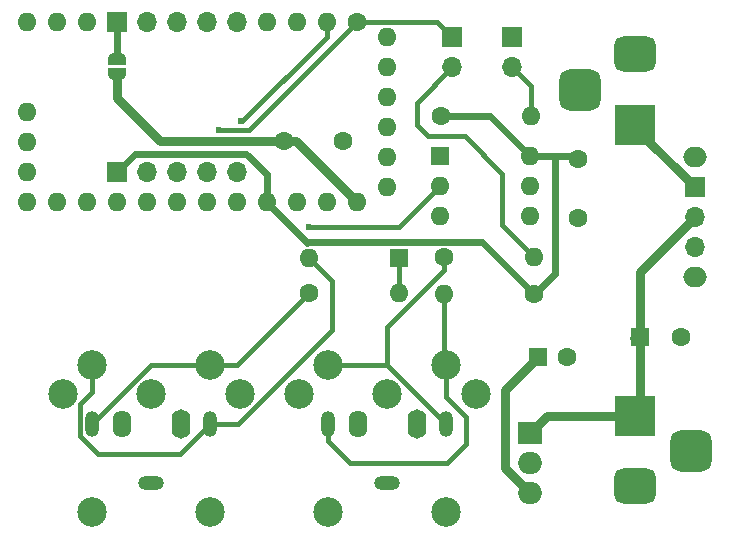
<source format=gbr>
%TF.GenerationSoftware,KiCad,Pcbnew,8.0.3*%
%TF.CreationDate,2024-07-08T19:30:15+01:00*%
%TF.ProjectId,ArduinoProMiniMIDIUSBHost,41726475-696e-46f5-9072-6f4d696e694d,rev?*%
%TF.SameCoordinates,Original*%
%TF.FileFunction,Copper,L1,Top*%
%TF.FilePolarity,Positive*%
%FSLAX46Y46*%
G04 Gerber Fmt 4.6, Leading zero omitted, Abs format (unit mm)*
G04 Created by KiCad (PCBNEW 8.0.3) date 2024-07-08 19:30:15*
%MOMM*%
%LPD*%
G01*
G04 APERTURE LIST*
G04 Aperture macros list*
%AMRoundRect*
0 Rectangle with rounded corners*
0 $1 Rounding radius*
0 $2 $3 $4 $5 $6 $7 $8 $9 X,Y pos of 4 corners*
0 Add a 4 corners polygon primitive as box body*
4,1,4,$2,$3,$4,$5,$6,$7,$8,$9,$2,$3,0*
0 Add four circle primitives for the rounded corners*
1,1,$1+$1,$2,$3*
1,1,$1+$1,$4,$5*
1,1,$1+$1,$6,$7*
1,1,$1+$1,$8,$9*
0 Add four rect primitives between the rounded corners*
20,1,$1+$1,$2,$3,$4,$5,0*
20,1,$1+$1,$4,$5,$6,$7,0*
20,1,$1+$1,$6,$7,$8,$9,0*
20,1,$1+$1,$8,$9,$2,$3,0*%
%AMFreePoly0*
4,1,19,0.500000,-0.750000,0.000000,-0.750000,0.000000,-0.744911,-0.071157,-0.744911,-0.207708,-0.704816,-0.327430,-0.627875,-0.420627,-0.520320,-0.479746,-0.390866,-0.500000,-0.250000,-0.500000,0.250000,-0.479746,0.390866,-0.420627,0.520320,-0.327430,0.627875,-0.207708,0.704816,-0.071157,0.744911,0.000000,0.744911,0.000000,0.750000,0.500000,0.750000,0.500000,-0.750000,0.500000,-0.750000,
$1*%
%AMFreePoly1*
4,1,19,0.000000,0.744911,0.071157,0.744911,0.207708,0.704816,0.327430,0.627875,0.420627,0.520320,0.479746,0.390866,0.500000,0.250000,0.500000,-0.250000,0.479746,-0.390866,0.420627,-0.520320,0.327430,-0.627875,0.207708,-0.704816,0.071157,-0.744911,0.000000,-0.744911,0.000000,-0.750000,-0.500000,-0.750000,-0.500000,0.750000,0.000000,0.750000,0.000000,0.744911,0.000000,0.744911,
$1*%
G04 Aperture macros list end*
%TA.AperFunction,WasherPad*%
%ADD10C,2.499360*%
%TD*%
%TA.AperFunction,ComponentPad*%
%ADD11C,2.499360*%
%TD*%
%TA.AperFunction,ComponentPad*%
%ADD12C,1.600000*%
%TD*%
%TA.AperFunction,ComponentPad*%
%ADD13O,1.600000X1.600000*%
%TD*%
%TA.AperFunction,ComponentPad*%
%ADD14R,1.600000X1.600000*%
%TD*%
%TA.AperFunction,ComponentPad*%
%ADD15O,1.200000X2.200000*%
%TD*%
%TA.AperFunction,ComponentPad*%
%ADD16O,1.600000X2.300000*%
%TD*%
%TA.AperFunction,ComponentPad*%
%ADD17O,2.200000X1.200000*%
%TD*%
%TA.AperFunction,ComponentPad*%
%ADD18O,1.600000X2.500000*%
%TD*%
%TA.AperFunction,SMDPad,CuDef*%
%ADD19FreePoly0,270.000000*%
%TD*%
%TA.AperFunction,SMDPad,CuDef*%
%ADD20FreePoly1,270.000000*%
%TD*%
%TA.AperFunction,ComponentPad*%
%ADD21O,2.000000X1.700000*%
%TD*%
%TA.AperFunction,ComponentPad*%
%ADD22R,1.700000X1.700000*%
%TD*%
%TA.AperFunction,ComponentPad*%
%ADD23O,1.700000X1.700000*%
%TD*%
%TA.AperFunction,ComponentPad*%
%ADD24R,3.500000X3.500000*%
%TD*%
%TA.AperFunction,ComponentPad*%
%ADD25RoundRect,0.750000X1.000000X-0.750000X1.000000X0.750000X-1.000000X0.750000X-1.000000X-0.750000X0*%
%TD*%
%TA.AperFunction,ComponentPad*%
%ADD26RoundRect,0.875000X0.875000X-0.875000X0.875000X0.875000X-0.875000X0.875000X-0.875000X-0.875000X0*%
%TD*%
%TA.AperFunction,ComponentPad*%
%ADD27R,2.000000X1.905000*%
%TD*%
%TA.AperFunction,ComponentPad*%
%ADD28O,2.000000X1.905000*%
%TD*%
%TA.AperFunction,ComponentPad*%
%ADD29RoundRect,0.750000X-1.000000X0.750000X-1.000000X-0.750000X1.000000X-0.750000X1.000000X0.750000X0*%
%TD*%
%TA.AperFunction,ComponentPad*%
%ADD30RoundRect,0.875000X-0.875000X0.875000X-0.875000X-0.875000X0.875000X-0.875000X0.875000X0.875000X0*%
%TD*%
%TA.AperFunction,ViaPad*%
%ADD31C,0.600000*%
%TD*%
%TA.AperFunction,Conductor*%
%ADD32C,0.800000*%
%TD*%
%TA.AperFunction,Conductor*%
%ADD33C,0.400000*%
%TD*%
%TA.AperFunction,Conductor*%
%ADD34C,0.600000*%
%TD*%
G04 APERTURE END LIST*
D10*
%TO.P,IN1,*%
%TO.N,*%
X106998740Y-92997700D03*
X117001260Y-92997700D03*
D11*
%TO.P,IN1,1*%
%TO.N,unconnected-(IN1-Pad1)*%
X119498080Y-83002800D03*
%TO.P,IN1,2*%
%TO.N,unconnected-(IN1-Pad2)*%
X112000000Y-83000260D03*
%TO.P,IN1,3*%
%TO.N,unconnected-(IN1-Pad3)*%
X104501920Y-83002800D03*
%TO.P,IN1,4*%
%TO.N,Net-(IN1-Pad4)*%
X116996180Y-80500900D03*
%TO.P,IN1,5*%
%TO.N,Net-(D1-A)*%
X107003820Y-80500900D03*
%TD*%
D12*
%TO.P,U1,1,D1/TX*%
%TO.N,/UART_TX*%
X129420000Y-51480000D03*
D13*
%TO.P,U1,2,D0/RX*%
%TO.N,/UART_RX*%
X126880000Y-51480000D03*
%TO.P,U1,3,RST*%
%TO.N,unconnected-(U1-RST-Pad3)*%
X124340000Y-51480000D03*
%TO.P,U1,4,GND*%
%TO.N,GND*%
X121800000Y-51480000D03*
%TO.P,U1,5,D2*%
%TO.N,unconnected-(U1-D2-Pad5)*%
X119260000Y-51480000D03*
%TO.P,U1,6,~D3*%
%TO.N,unconnected-(U1-~D3-Pad6)*%
X116720000Y-51480000D03*
%TO.P,U1,7,D4*%
%TO.N,unconnected-(U1-D4-Pad7)*%
X114180000Y-51480000D03*
%TO.P,U1,8,~D5*%
%TO.N,unconnected-(U1-~D5-Pad8)*%
X111640000Y-51480000D03*
%TO.P,U1,9,~D6*%
%TO.N,/PinOverlap*%
X109100000Y-51480000D03*
%TO.P,U1,10,D7*%
%TO.N,unconnected-(U1-D7-Pad10)*%
X106560000Y-51480000D03*
%TO.P,U1,11,D8*%
%TO.N,unconnected-(U1-D8-Pad11)*%
X104020000Y-51480000D03*
%TO.P,U1,12,~D9*%
%TO.N,unconnected-(U1-~D9-Pad12)*%
X101480000Y-51480000D03*
%TO.P,U1,13,~D10*%
%TO.N,unconnected-(U1-~D10-Pad13)*%
X101480000Y-66720000D03*
%TO.P,U1,14,~D11*%
%TO.N,unconnected-(U1-~D11-Pad14)*%
X104020000Y-66720000D03*
%TO.P,U1,15,D12*%
%TO.N,unconnected-(U1-D12-Pad15)*%
X106560000Y-66720000D03*
%TO.P,U1,16,D13*%
%TO.N,unconnected-(U1-D13-Pad16)*%
X109100000Y-66720000D03*
%TO.P,U1,17,D14/A0*%
%TO.N,unconnected-(U1-D14{slash}A0-Pad17)*%
X111640000Y-66720000D03*
%TO.P,U1,18,D15/A1*%
%TO.N,unconnected-(U1-D15{slash}A1-Pad18)*%
X114180000Y-66720000D03*
%TO.P,U1,19,D16/A2*%
%TO.N,unconnected-(U1-D16{slash}A2-Pad19)*%
X116720000Y-66720000D03*
%TO.P,U1,20,D17/A3*%
%TO.N,unconnected-(U1-D17{slash}A3-Pad20)*%
X119260000Y-66720000D03*
%TO.P,U1,21,VCC*%
%TO.N,+3V3*%
X121800000Y-66720000D03*
%TO.P,U1,22,RST*%
%TO.N,unconnected-(U1-RST-Pad22)*%
X124340000Y-66720000D03*
%TO.P,U1,23,GND*%
%TO.N,GND*%
X126880000Y-66720000D03*
%TO.P,U1,24,RAW*%
%TO.N,+5V*%
X129420000Y-66720000D03*
%TO.P,U1,A6,A6*%
%TO.N,unconnected-(U1-PadA6)*%
X101480000Y-64180000D03*
%TO.P,U1,A7,A7*%
%TO.N,unconnected-(U1-PadA7)*%
X101480000Y-61640000D03*
%TO.P,U1,G,GND*%
%TO.N,GND*%
X101480000Y-59100000D03*
%TO.P,U1,H1,DTR*%
%TO.N,unconnected-(U1-DTR-PadH1)*%
X131960000Y-52750000D03*
%TO.P,U1,H2,TX*%
%TO.N,unconnected-(U1-TX-PadH2)*%
X131960000Y-55290000D03*
%TO.P,U1,H3,RX*%
%TO.N,unconnected-(U1-RX-PadH3)*%
X131960000Y-57830000D03*
%TO.P,U1,H4,VCC*%
%TO.N,unconnected-(U1-VCC-PadH4)*%
X131960000Y-60370000D03*
%TO.P,U1,H5,GND*%
%TO.N,GND*%
X131960000Y-62910000D03*
%TO.P,U1,H6,GND*%
X131960000Y-65450000D03*
%TD*%
D14*
%TO.P,C5,1*%
%TO.N,+5V*%
X144757621Y-79850000D03*
D12*
%TO.P,C5,2*%
%TO.N,GND*%
X147257621Y-79850000D03*
%TD*%
%TO.P,R3,1*%
%TO.N,Net-(IN1-Pad4)*%
X125400000Y-74390000D03*
D13*
%TO.P,R3,2*%
%TO.N,Net-(D1-K)*%
X133020000Y-74390000D03*
%TD*%
D15*
%TO.P,J1,R*%
%TO.N,Net-(IN1-Pad4)*%
X107000000Y-85500000D03*
D16*
%TO.P,J1,RN*%
%TO.N,N/C*%
X109500000Y-85500000D03*
D17*
%TO.P,J1,S*%
%TO.N,unconnected-(J1-PadS)*%
X112000000Y-90500000D03*
D15*
%TO.P,J1,T*%
%TO.N,Net-(D1-A)*%
X117000000Y-85500000D03*
D18*
%TO.P,J1,TN*%
%TO.N,N/C*%
X114500000Y-85500000D03*
%TD*%
D19*
%TO.P,JP2,1,A*%
%TO.N,/PinOverlap*%
X109130000Y-54590000D03*
D20*
%TO.P,JP2,2,B*%
%TO.N,+5V*%
X109130000Y-55890000D03*
%TD*%
D21*
%TO.P,SW1,0*%
%TO.N,N/C*%
X158020000Y-62935000D03*
D22*
%TO.P,SW1,1,A*%
%TO.N,Net-(SW1-A)*%
X158020000Y-65475000D03*
D23*
%TO.P,SW1,2,B*%
%TO.N,VCC*%
X158020000Y-68015000D03*
%TO.P,SW1,3*%
%TO.N,N/C*%
X158020000Y-70555000D03*
D21*
%TO.P,SW1,4*%
X158020000Y-73095000D03*
%TD*%
D15*
%TO.P,J2,R*%
%TO.N,Net-(J2-PadR)*%
X127000000Y-85500000D03*
D16*
%TO.P,J2,RN*%
%TO.N,N/C*%
X129500000Y-85500000D03*
D17*
%TO.P,J2,S*%
%TO.N,GND*%
X132000000Y-90500000D03*
D15*
%TO.P,J2,T*%
%TO.N,Net-(J2-PadT)*%
X137000000Y-85500000D03*
D18*
%TO.P,J2,TN*%
%TO.N,N/C*%
X134500000Y-85500000D03*
%TD*%
D12*
%TO.P,R1,1*%
%TO.N,+3V3*%
X144460000Y-74500000D03*
D13*
%TO.P,R1,2*%
%TO.N,Net-(J2-PadR)*%
X136840000Y-74500000D03*
%TD*%
D14*
%TO.P,C2,1*%
%TO.N,VCC*%
X153367349Y-78180000D03*
D12*
%TO.P,C2,2*%
%TO.N,GND*%
X156867349Y-78180000D03*
%TD*%
D22*
%TO.P,J4,1,Pin_1*%
%TO.N,/UART_TX*%
X137500000Y-52750000D03*
D23*
%TO.P,J4,2,Pin_2*%
%TO.N,Net-(J4-Pin_2)*%
X137500000Y-55290000D03*
%TD*%
D12*
%TO.P,C6,1*%
%TO.N,+5V*%
X123230000Y-61530000D03*
%TO.P,C6,2*%
%TO.N,GND*%
X128230000Y-61530000D03*
%TD*%
%TO.P,R7,1*%
%TO.N,+3V3*%
X136550000Y-59460000D03*
D13*
%TO.P,R7,2*%
%TO.N,Net-(J7-Pin_2)*%
X144170000Y-59460000D03*
%TD*%
D14*
%TO.P,U4,1*%
%TO.N,Net-(D1-K)*%
X136480000Y-62850000D03*
D13*
%TO.P,U4,2*%
%TO.N,Net-(D1-A)*%
X136480000Y-65390000D03*
%TO.P,U4,3*%
%TO.N,unconnected-(U4-Pad3)*%
X136480000Y-67930000D03*
%TO.P,U4,4*%
%TO.N,Net-(J7-Pin_2)*%
X144100000Y-67930000D03*
%TO.P,U4,5*%
%TO.N,GND*%
X144100000Y-65390000D03*
%TO.P,U4,6*%
%TO.N,+3V3*%
X144100000Y-62850000D03*
%TD*%
D22*
%TO.P,J7,1,Pin_1*%
%TO.N,/UART_RX*%
X142580000Y-52750000D03*
D23*
%TO.P,J7,2,Pin_2*%
%TO.N,Net-(J7-Pin_2)*%
X142580000Y-55290000D03*
%TD*%
D24*
%TO.P,J6,1*%
%TO.N,VCC*%
X153000000Y-84800000D03*
D25*
%TO.P,J6,2*%
%TO.N,GND*%
X153000000Y-90800000D03*
D26*
%TO.P,J6,3*%
%TO.N,N/C*%
X157700000Y-87800000D03*
%TD*%
D27*
%TO.P,U3,1,IN*%
%TO.N,VCC*%
X144045000Y-86290000D03*
D28*
%TO.P,U3,2,GND*%
%TO.N,GND*%
X144045000Y-88830000D03*
%TO.P,U3,3,OUT*%
%TO.N,+5V*%
X144045000Y-91370000D03*
%TD*%
D12*
%TO.P,C3,1*%
%TO.N,GND*%
X148170000Y-68110000D03*
%TO.P,C3,2*%
%TO.N,+3V3*%
X148170000Y-63110000D03*
%TD*%
D10*
%TO.P,OUT1,*%
%TO.N,*%
X126998740Y-92997700D03*
X137001260Y-92997700D03*
D11*
%TO.P,OUT1,1*%
%TO.N,unconnected-(OUT1-Pad1)*%
X139498080Y-83002800D03*
%TO.P,OUT1,2*%
%TO.N,GND*%
X132000000Y-83000260D03*
%TO.P,OUT1,3*%
%TO.N,unconnected-(OUT1-Pad3)*%
X124501920Y-83002800D03*
%TO.P,OUT1,4*%
%TO.N,Net-(J2-PadR)*%
X136996180Y-80500900D03*
%TO.P,OUT1,5*%
%TO.N,Net-(J2-PadT)*%
X127003820Y-80500900D03*
%TD*%
D24*
%TO.P,J5,1*%
%TO.N,Net-(SW1-A)*%
X153000000Y-60198000D03*
D29*
%TO.P,J5,2*%
%TO.N,GND*%
X153000000Y-54198000D03*
D30*
%TO.P,J5,3*%
%TO.N,N/C*%
X148300000Y-57198000D03*
%TD*%
D14*
%TO.P,D1,1,K*%
%TO.N,Net-(D1-K)*%
X133020000Y-71480000D03*
D13*
%TO.P,D1,2,A*%
%TO.N,Net-(D1-A)*%
X125400000Y-71480000D03*
%TD*%
D22*
%TO.P,J8,1,Pin_1*%
%TO.N,/PinOverlap*%
X109090000Y-51500000D03*
D23*
%TO.P,J8,2,Pin_2*%
%TO.N,unconnected-(J8-Pin_2-Pad2)*%
X111630000Y-51500000D03*
%TO.P,J8,3,Pin_3*%
%TO.N,unconnected-(J8-Pin_3-Pad3)*%
X114170000Y-51500000D03*
%TO.P,J8,4,Pin_4*%
%TO.N,unconnected-(J8-Pin_4-Pad4)*%
X116710000Y-51500000D03*
%TO.P,J8,5,Pin_5*%
%TO.N,unconnected-(J8-Pin_5-Pad5)*%
X119250000Y-51500000D03*
%TD*%
D22*
%TO.P,J3,1,Pin_1*%
%TO.N,+3V3*%
X109090000Y-64200000D03*
D23*
%TO.P,J3,2,Pin_2*%
%TO.N,GND*%
X111630000Y-64200000D03*
%TO.P,J3,3,Pin_3*%
%TO.N,/UART_TX*%
X114170000Y-64200000D03*
%TO.P,J3,4,Pin_4*%
%TO.N,/UART_RX*%
X116710000Y-64200000D03*
%TO.P,J3,5,Pin_5*%
%TO.N,unconnected-(J3-Pin_5-Pad5)*%
X119250000Y-64200000D03*
%TD*%
D12*
%TO.P,R2,1*%
%TO.N,Net-(J2-PadT)*%
X136810000Y-71370000D03*
D13*
%TO.P,R2,2*%
%TO.N,Net-(J4-Pin_2)*%
X144430000Y-71370000D03*
%TD*%
D31*
%TO.N,Net-(D1-A)*%
X125350000Y-68850000D03*
%TO.N,/UART_TX*%
X117760000Y-60620000D03*
%TO.N,/UART_RX*%
X119620000Y-59880000D03*
%TD*%
D32*
%TO.N,+5V*%
X123230000Y-61530000D02*
X124230000Y-61530000D01*
X112740000Y-61530000D02*
X109130000Y-57920000D01*
X141930000Y-82677621D02*
X144757621Y-79850000D01*
X109130000Y-57920000D02*
X109130000Y-55890000D01*
X123230000Y-61530000D02*
X112740000Y-61530000D01*
X144045000Y-91370000D02*
X141930000Y-89255000D01*
X141930000Y-89255000D02*
X141930000Y-82677621D01*
X124230000Y-61530000D02*
X129420000Y-66720000D01*
%TO.N,VCC*%
X153367349Y-78990000D02*
X153367349Y-84432651D01*
X152950000Y-78180000D02*
X152890000Y-78240000D01*
X153367349Y-84432651D02*
X153000000Y-84800000D01*
X153367349Y-78180000D02*
X152950000Y-78180000D01*
X153000000Y-84800000D02*
X145535000Y-84800000D01*
X153367349Y-78180000D02*
X153367349Y-72667651D01*
X153367349Y-72667651D02*
X158020000Y-68015000D01*
X145535000Y-84800000D02*
X144045000Y-86290000D01*
D33*
%TO.N,Net-(D1-A)*%
X127300000Y-73380000D02*
X127300000Y-77533880D01*
X107003820Y-82833900D02*
X106000000Y-83837720D01*
X106000000Y-86550000D02*
X107500000Y-88050000D01*
X125350000Y-68850000D02*
X133020000Y-68850000D01*
X127300000Y-77533880D02*
X119333880Y-85500000D01*
X107500000Y-88050000D02*
X114450000Y-88050000D01*
X114450000Y-88050000D02*
X117000000Y-85500000D01*
X119333880Y-85500000D02*
X117000000Y-85500000D01*
X125400000Y-71480000D02*
X127300000Y-73380000D01*
X107003820Y-80500900D02*
X107003820Y-82833900D01*
X106000000Y-83837720D02*
X106000000Y-86550000D01*
X133020000Y-68850000D02*
X136480000Y-65390000D01*
%TO.N,Net-(D1-K)*%
X133020000Y-71480000D02*
X133020000Y-74390000D01*
%TO.N,Net-(IN1-Pad4)*%
X125400000Y-74390000D02*
X119289100Y-80500900D01*
X111999100Y-80500900D02*
X107000000Y-85500000D01*
X116996180Y-80500900D02*
X111999100Y-80500900D01*
X116996180Y-80500900D02*
X118510000Y-80500900D01*
X119289100Y-80500900D02*
X118510000Y-80500900D01*
%TO.N,Net-(J2-PadT)*%
X136810000Y-71370000D02*
X136810000Y-72501370D01*
X127003820Y-80500900D02*
X132000900Y-80500900D01*
X132000900Y-77310470D02*
X132000900Y-80500900D01*
X132000900Y-80500900D02*
X137000000Y-85500000D01*
X136810000Y-72501370D02*
X132000900Y-77310470D01*
%TO.N,Net-(J2-PadR)*%
X138680000Y-84940000D02*
X136996180Y-83256180D01*
X136840000Y-80344720D02*
X136996180Y-80500900D01*
X137070000Y-88810000D02*
X138680000Y-87200000D01*
X136840000Y-74500000D02*
X136840000Y-80344720D01*
X138680000Y-87200000D02*
X138680000Y-84940000D01*
X128880000Y-88810000D02*
X137070000Y-88810000D01*
X136996180Y-83256180D02*
X136996180Y-80500900D01*
X127000000Y-85500000D02*
X127000000Y-86930000D01*
X127000000Y-86930000D02*
X128880000Y-88810000D01*
%TO.N,/UART_TX*%
X129420000Y-51480000D02*
X120280000Y-60620000D01*
X120280000Y-60620000D02*
X117760000Y-60620000D01*
X136230000Y-51480000D02*
X129420000Y-51480000D01*
X137500000Y-52750000D02*
X136230000Y-51480000D01*
%TO.N,/UART_RX*%
X126880000Y-51480000D02*
X126880000Y-52710000D01*
X119710000Y-59880000D02*
X119620000Y-59880000D01*
X126880000Y-52710000D02*
X119710000Y-59880000D01*
D32*
%TO.N,Net-(SW1-A)*%
X153000000Y-60455000D02*
X158020000Y-65475000D01*
X153000000Y-60198000D02*
X153000000Y-60455000D01*
D33*
%TO.N,Net-(J4-Pin_2)*%
X134490000Y-60180000D02*
X135430000Y-61120000D01*
X135430000Y-61120000D02*
X138540000Y-61120000D01*
X138540000Y-61120000D02*
X141745000Y-64325000D01*
X137500000Y-55290000D02*
X134490000Y-58300000D01*
X144430000Y-71370000D02*
X141745000Y-68685000D01*
X141745000Y-64325000D02*
X141745000Y-68685000D01*
X134490000Y-58300000D02*
X134490000Y-60180000D01*
%TO.N,Net-(J7-Pin_2)*%
X142580000Y-55290000D02*
X144170000Y-56880000D01*
X144170000Y-56880000D02*
X144170000Y-59460000D01*
D34*
%TO.N,/PinOverlap*%
X109130000Y-51510000D02*
X109100000Y-51480000D01*
X109130000Y-54590000D02*
X109130000Y-51510000D01*
%TO.N,+3V3*%
X144100000Y-62850000D02*
X146160000Y-62850000D01*
X125310000Y-70070000D02*
X140030000Y-70070000D01*
X109090000Y-64200000D02*
X110660000Y-62630000D01*
X121800000Y-64370000D02*
X121800000Y-66720000D01*
X120060000Y-62630000D02*
X121800000Y-64370000D01*
X147910000Y-62850000D02*
X148170000Y-63110000D01*
X146160000Y-62850000D02*
X147910000Y-62850000D01*
X140030000Y-70070000D02*
X144460000Y-74500000D01*
X146160000Y-62850000D02*
X146160000Y-72800000D01*
X125230000Y-70150000D02*
X125310000Y-70070000D01*
X110660000Y-62630000D02*
X120060000Y-62630000D01*
X136550000Y-59460000D02*
X140710000Y-59460000D01*
X140710000Y-59460000D02*
X144100000Y-62850000D01*
X121800000Y-66720000D02*
X125230000Y-70150000D01*
X146160000Y-72800000D02*
X144460000Y-74500000D01*
%TD*%
M02*

</source>
